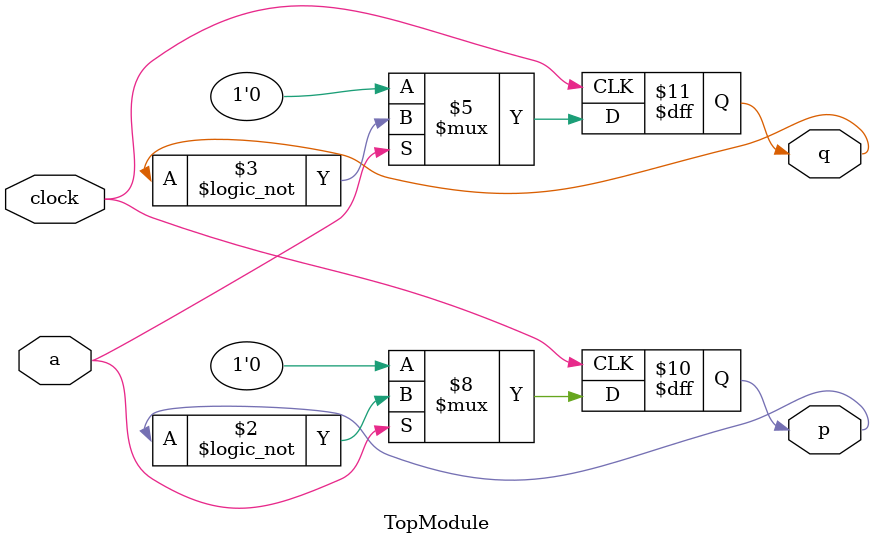
<source format=sv>

module TopModule (
  input clock,
  input a,
  output reg p,
  output reg q
);
`timescale 1ns / 1ps

always @(posedge clock) begin
  if (a) begin
    // Transition to state [p=1, q=1]
    p <= !p;
    q <= !q;
  end else begin
    // Remain in state [p=0, q=0]
    p <= 0;
    q <= 0;
  end
end

endmodule

</source>
